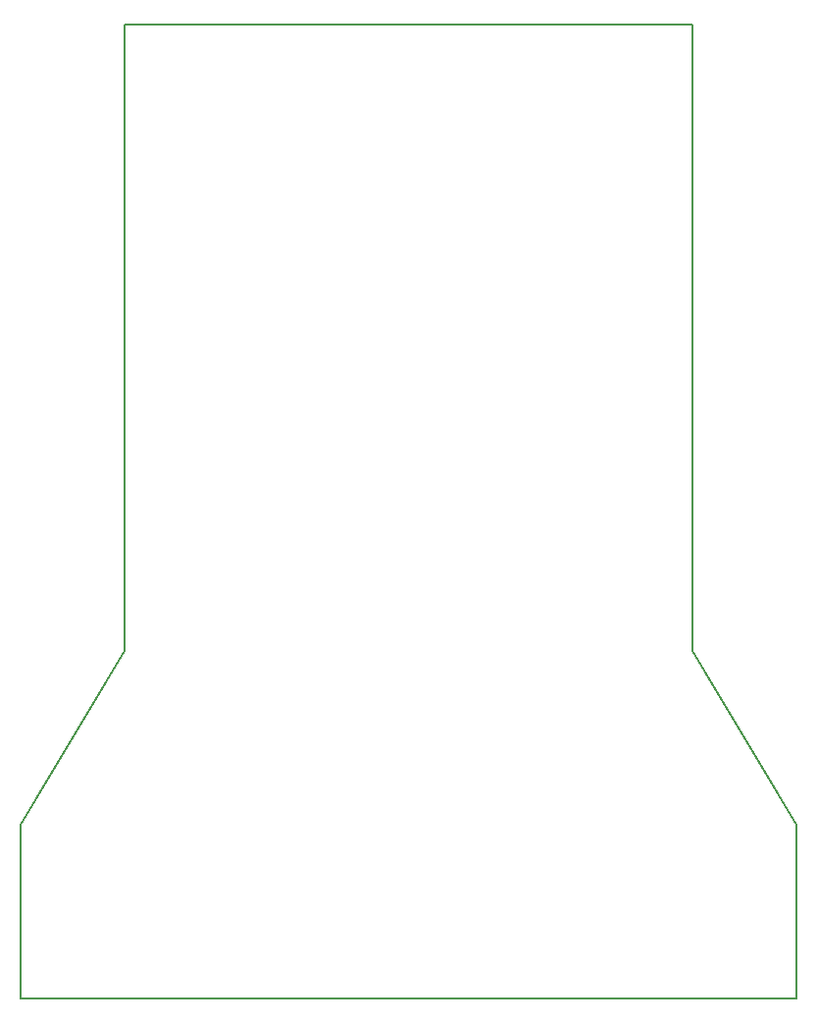
<source format=gm1>
G04 #@! TF.GenerationSoftware,KiCad,Pcbnew,5.0.1*
G04 #@! TF.CreationDate,2018-10-22T18:12:29+01:00*
G04 #@! TF.ProjectId,ecp5_soc_hat,656370355F736F635F6861742E6B6963,rev?*
G04 #@! TF.SameCoordinates,Original*
G04 #@! TF.FileFunction,Profile,NP*
%FSLAX46Y46*%
G04 Gerber Fmt 4.6, Leading zero omitted, Abs format (unit mm)*
G04 Created by KiCad (PCBNEW 5.0.1) date Mon 22 Oct 2018 18:12:29 BST*
%MOMM*%
%LPD*%
G01*
G04 APERTURE LIST*
%ADD10C,0.150000*%
G04 APERTURE END LIST*
D10*
X168000000Y-138000000D02*
X135000000Y-138000000D01*
X168000000Y-123000000D02*
X168000000Y-138000000D01*
X159000000Y-108000000D02*
X168000000Y-123000000D01*
X159000000Y-54000000D02*
X159000000Y-108000000D01*
X154000000Y-54000000D02*
X159000000Y-54000000D01*
X110000000Y-54000000D02*
X154000000Y-54000000D01*
X110000000Y-108000000D02*
X110000000Y-54000000D01*
X110000000Y-108000000D02*
X101000000Y-123000000D01*
X101000000Y-138000000D02*
X101000000Y-123000000D01*
X135000000Y-138000000D02*
X101000000Y-138000000D01*
M02*

</source>
